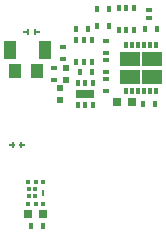
<source format=gtp>
%FSLAX25Y25*%
%MOIN*%
G70*
G01*
G75*
G04 Layer_Color=8421504*
%ADD10R,0.05500X0.08000*%
%ADD11R,0.12000X0.15000*%
%ADD12R,0.01500X0.02000*%
%ADD13R,0.02000X0.01500*%
%ADD14R,0.01575X0.01969*%
%ADD15R,0.02500X0.03000*%
%ADD16R,0.02000X0.02000*%
%ADD17R,0.00984X0.01969*%
%ADD18R,0.04331X0.04724*%
%ADD19R,0.03937X0.06299*%
%ADD20R,0.01575X0.01850*%
%ADD21R,0.06693X0.03740*%
%ADD22R,0.01575X0.01850*%
%ADD23R,0.01181X0.02598*%
%ADD24R,0.01575X0.01929*%
%ADD25R,0.01181X0.01929*%
%ADD26R,0.14961X0.12047*%
%ADD27R,0.02756X0.01575*%
%ADD28C,0.02000*%
%ADD29C,0.02500*%
%ADD30C,0.01000*%
%ADD31C,0.01500*%
%ADD32C,0.00800*%
%ADD33C,0.04000*%
%ADD34C,0.00700*%
%ADD35C,0.00500*%
%ADD36C,0.00600*%
%ADD37C,0.01200*%
%ADD38R,0.01969X0.00787*%
%ADD39R,0.04134X0.05512*%
%ADD40C,0.08268*%
%ADD41O,0.17716X0.06299*%
%ADD42O,0.06299X0.15748*%
%ADD43O,0.15748X0.06299*%
%ADD44C,0.02000*%
%ADD45C,0.05000*%
%ADD46C,0.04000*%
%ADD47C,0.00394*%
%ADD48C,0.00591*%
%ADD49R,0.01673X0.01673*%
%ADD50R,0.06693X0.05118*%
%ADD51R,0.06093X0.03140*%
%ADD52R,0.01378X0.01654*%
%ADD53R,0.00984X0.02402*%
%ADD54R,0.02362X0.01181*%
D12*
X44200Y59000D02*
D03*
X48200D02*
D03*
X66000Y73100D02*
D03*
X70000D02*
D03*
X49800Y79800D02*
D03*
X53800D02*
D03*
Y74200D02*
D03*
X49800D02*
D03*
X47100Y73300D02*
D03*
X43100D02*
D03*
X69300Y48200D02*
D03*
X65300D02*
D03*
X28000Y7407D02*
D03*
X32000D02*
D03*
D13*
X53000Y65300D02*
D03*
Y69300D02*
D03*
Y58800D02*
D03*
Y62800D02*
D03*
Y52500D02*
D03*
Y56500D02*
D03*
X38700Y63200D02*
D03*
Y67200D02*
D03*
X35700Y60300D02*
D03*
Y56300D02*
D03*
D14*
X59700Y80240D02*
D03*
X57141D02*
D03*
X62259D02*
D03*
X57141Y72760D02*
D03*
X59700D02*
D03*
X62259D02*
D03*
X45600Y62160D02*
D03*
X48159D02*
D03*
X43041D02*
D03*
X48159Y69640D02*
D03*
X45600D02*
D03*
X43041D02*
D03*
D15*
X56600Y49000D02*
D03*
X61600D02*
D03*
X32000Y11507D02*
D03*
X27000D02*
D03*
D16*
X39600Y60300D02*
D03*
Y56300D02*
D03*
X37700Y53500D02*
D03*
Y49500D02*
D03*
D17*
X29379Y72200D02*
D03*
X26820D02*
D03*
X24579Y34600D02*
D03*
X22020D02*
D03*
D18*
X29843Y59100D02*
D03*
X22757D02*
D03*
D19*
X20895Y66200D02*
D03*
X32706D02*
D03*
D20*
X48659Y47898D02*
D03*
X46100D02*
D03*
X43541D02*
D03*
X46100Y55102D02*
D03*
X43541D02*
D03*
X48659D02*
D03*
D24*
X59679Y52483D02*
D03*
D25*
X61647D02*
D03*
X63616D02*
D03*
X65584D02*
D03*
X67553D02*
D03*
X69521D02*
D03*
Y67877D02*
D03*
X67553D02*
D03*
X65584D02*
D03*
X63616D02*
D03*
X61647D02*
D03*
X59679D02*
D03*
D38*
X29871Y72200D02*
D03*
X26329D02*
D03*
X25071Y34600D02*
D03*
X21529Y34600D02*
D03*
D49*
X29254Y19739D02*
D03*
X27187D02*
D03*
X29254Y17476D02*
D03*
X27187Y17476D02*
D03*
D50*
X60860Y57149D02*
D03*
X68340Y57149D02*
D03*
X68340Y63251D02*
D03*
X60860Y63251D02*
D03*
D51*
X46100Y51500D02*
D03*
D52*
X32059Y22200D02*
D03*
X29500D02*
D03*
X32059Y15015D02*
D03*
X29500Y15013D02*
D03*
X26941Y22200D02*
D03*
Y15013D02*
D03*
D53*
X32059Y18608D02*
D03*
D54*
X67300Y79578D02*
D03*
Y76822D02*
D03*
M02*

</source>
